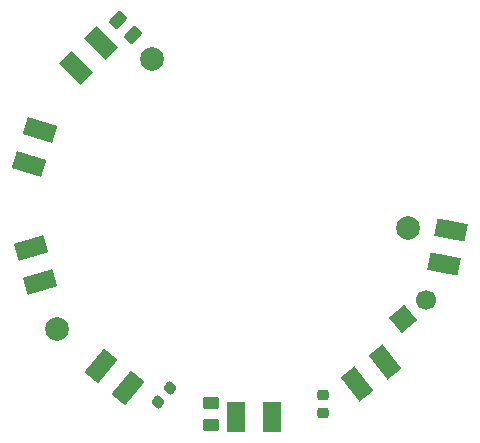
<source format=gbr>
G04 #@! TF.GenerationSoftware,KiCad,Pcbnew,7.0.2-6a45011f42~172~ubuntu22.04.1*
G04 #@! TF.CreationDate,2023-05-20T12:50:21-04:00*
G04 #@! TF.ProjectId,T36VAIllumination,54333656-4149-46c6-9c75-6d696e617469,1.3*
G04 #@! TF.SameCoordinates,Original*
G04 #@! TF.FileFunction,Soldermask,Top*
G04 #@! TF.FilePolarity,Negative*
%FSLAX46Y46*%
G04 Gerber Fmt 4.6, Leading zero omitted, Abs format (unit mm)*
G04 Created by KiCad (PCBNEW 7.0.2-6a45011f42~172~ubuntu22.04.1) date 2023-05-20 12:50:21*
%MOMM*%
%LPD*%
G01*
G04 APERTURE LIST*
G04 Aperture macros list*
%AMRoundRect*
0 Rectangle with rounded corners*
0 $1 Rounding radius*
0 $2 $3 $4 $5 $6 $7 $8 $9 X,Y pos of 4 corners*
0 Add a 4 corners polygon primitive as box body*
4,1,4,$2,$3,$4,$5,$6,$7,$8,$9,$2,$3,0*
0 Add four circle primitives for the rounded corners*
1,1,$1+$1,$2,$3*
1,1,$1+$1,$4,$5*
1,1,$1+$1,$6,$7*
1,1,$1+$1,$8,$9*
0 Add four rect primitives between the rounded corners*
20,1,$1+$1,$2,$3,$4,$5,0*
20,1,$1+$1,$4,$5,$6,$7,0*
20,1,$1+$1,$6,$7,$8,$9,0*
20,1,$1+$1,$8,$9,$2,$3,0*%
%AMHorizOval*
0 Thick line with rounded ends*
0 $1 width*
0 $2 $3 position (X,Y) of the first rounded end (center of the circle)*
0 $4 $5 position (X,Y) of the second rounded end (center of the circle)*
0 Add line between two ends*
20,1,$1,$2,$3,$4,$5,0*
0 Add two circle primitives to create the rounded ends*
1,1,$1,$2,$3*
1,1,$1,$4,$5*%
%AMRotRect*
0 Rectangle, with rotation*
0 The origin of the aperture is its center*
0 $1 length*
0 $2 width*
0 $3 Rotation angle, in degrees counterclockwise*
0 Add horizontal line*
21,1,$1,$2,0,0,$3*%
G04 Aperture macros list end*
%ADD10RotRect,1.500000X2.600000X286.000000*%
%ADD11RoundRect,0.225000X0.046884X-0.333057X0.336138X0.011663X-0.046884X0.333057X-0.336138X-0.011663X0*%
%ADD12RotRect,1.500000X2.600000X38.000000*%
%ADD13RoundRect,0.225000X0.250000X-0.225000X0.250000X0.225000X-0.250000X0.225000X-0.250000X-0.225000X0*%
%ADD14RotRect,1.500000X2.600000X79.000000*%
%ADD15RotRect,1.500000X2.600000X320.000000*%
%ADD16RoundRect,0.250000X-0.450000X0.262500X-0.450000X-0.262500X0.450000X-0.262500X0.450000X0.262500X0*%
%ADD17RotRect,1.500000X2.600000X225.000000*%
%ADD18C,2.000000*%
%ADD19R,1.500000X2.600000*%
%ADD20RotRect,1.500000X2.600000X253.000000*%
%ADD21RoundRect,0.250000X-0.503814X-0.132583X-0.132583X-0.503814X0.503814X0.132583X0.132583X0.503814X0*%
%ADD22RotRect,1.700000X1.700000X310.000000*%
%ADD23HorizOval,1.700000X0.000000X0.000000X0.000000X0.000000X0*%
G04 APERTURE END LIST*
D10*
G04 #@! TO.C,D2*
X52161544Y-53098107D03*
X52988456Y-55981893D03*
G04 #@! TD*
D11*
G04 #@! TO.C,C1*
X62966840Y-66173684D03*
X63963160Y-64986316D03*
G04 #@! TD*
D12*
G04 #@! TO.C,D7*
X79792984Y-64663492D03*
X82157016Y-62816508D03*
G04 #@! TD*
D13*
G04 #@! TO.C,C2*
X76875000Y-67115000D03*
X76875000Y-65565000D03*
G04 #@! TD*
D14*
G04 #@! TO.C,D1*
X87188787Y-54512441D03*
X87761213Y-51567559D03*
G04 #@! TD*
D15*
G04 #@! TO.C,D3*
X58125933Y-63075819D03*
X60424067Y-65004181D03*
G04 #@! TD*
D16*
G04 #@! TO.C,R2*
X67415000Y-66267500D03*
X67415000Y-68092500D03*
G04 #@! TD*
D17*
G04 #@! TO.C,D4*
X58135660Y-35779340D03*
X56014340Y-37900660D03*
G04 #@! TD*
D18*
G04 #@! TO.C,FID3*
X62475000Y-37140000D03*
G04 #@! TD*
G04 #@! TO.C,FID2*
X54375000Y-59940000D03*
G04 #@! TD*
D19*
G04 #@! TO.C,D6*
X69575000Y-67440000D03*
X72575000Y-67440000D03*
G04 #@! TD*
D20*
G04 #@! TO.C,D5*
X52913558Y-43105543D03*
X52036442Y-45974457D03*
G04 #@! TD*
D18*
G04 #@! TO.C,FID1*
X84075000Y-51440000D03*
G04 #@! TD*
D21*
G04 #@! TO.C,R1*
X59529765Y-33794765D03*
X60820235Y-35085235D03*
G04 #@! TD*
D22*
G04 #@! TO.C,J1*
X83698294Y-59159554D03*
D23*
X85644047Y-57526873D03*
G04 #@! TD*
M02*

</source>
